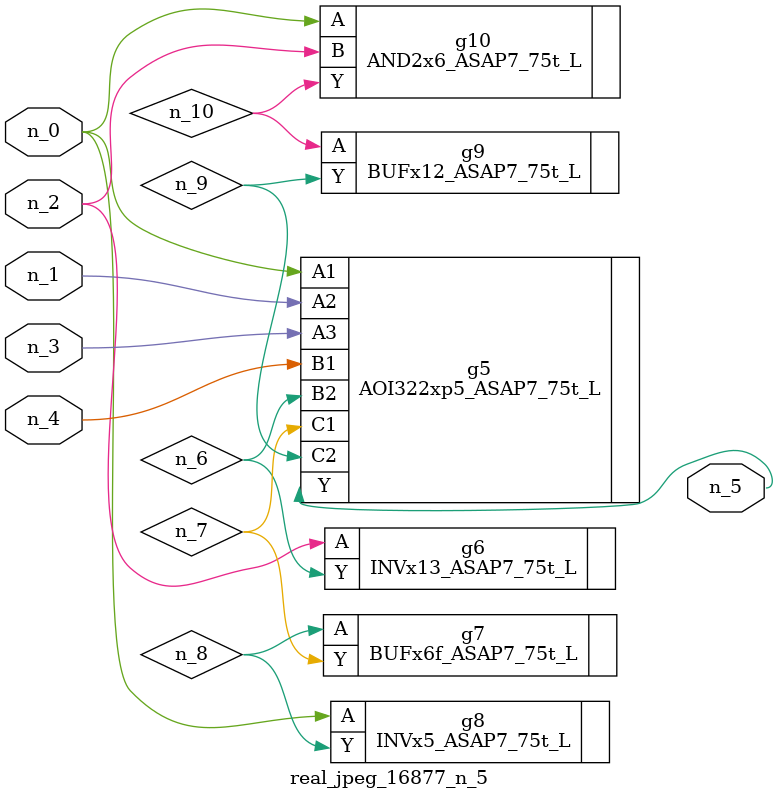
<source format=v>
module real_jpeg_16877_n_5 (n_4, n_0, n_1, n_2, n_3, n_5);

input n_4;
input n_0;
input n_1;
input n_2;
input n_3;

output n_5;

wire n_8;
wire n_6;
wire n_7;
wire n_10;
wire n_9;

AOI322xp5_ASAP7_75t_L g5 ( 
.A1(n_0),
.A2(n_1),
.A3(n_3),
.B1(n_4),
.B2(n_6),
.C1(n_7),
.C2(n_9),
.Y(n_5)
);

INVx5_ASAP7_75t_L g8 ( 
.A(n_0),
.Y(n_8)
);

AND2x6_ASAP7_75t_L g10 ( 
.A(n_0),
.B(n_2),
.Y(n_10)
);

INVx13_ASAP7_75t_L g6 ( 
.A(n_2),
.Y(n_6)
);

BUFx6f_ASAP7_75t_L g7 ( 
.A(n_8),
.Y(n_7)
);

BUFx12_ASAP7_75t_L g9 ( 
.A(n_10),
.Y(n_9)
);


endmodule
</source>
